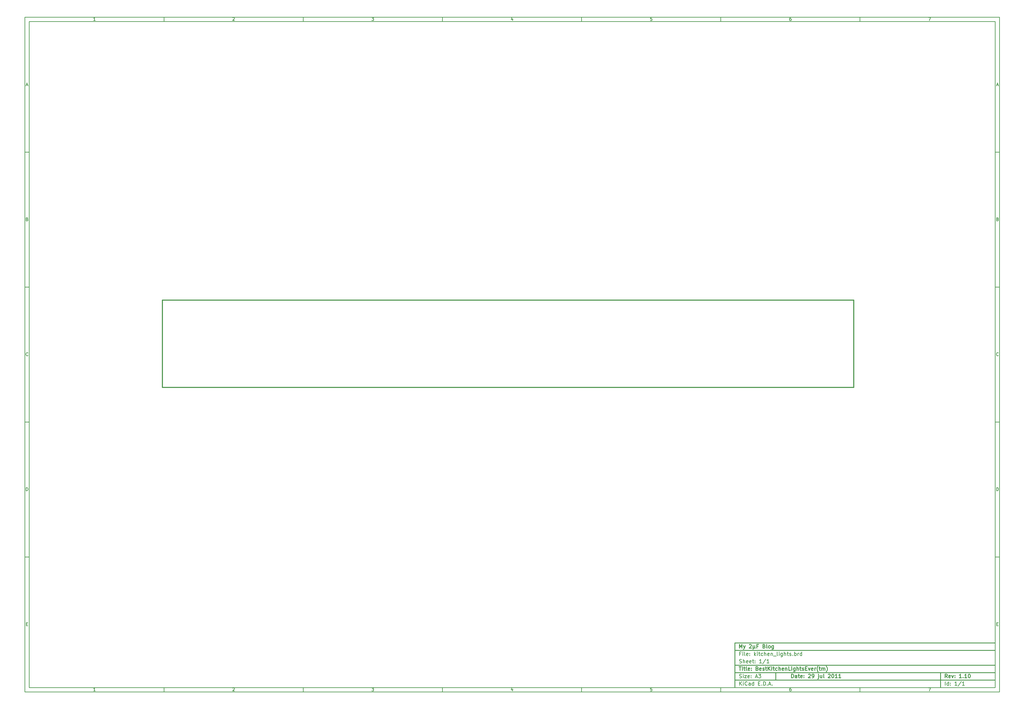
<source format=gbr>
G04 (created by PCBNEW-RS274X (2011-04-28)-stable) date Fri 29 Jul 2011 06:50:13 PM CEST*
G01*
G70*
G90*
%MOIN*%
G04 Gerber Fmt 3.4, Leading zero omitted, Abs format*
%FSLAX34Y34*%
G04 APERTURE LIST*
%ADD10C,0.010000*%
%ADD11C,0.012000*%
%ADD12C,0.015000*%
%ADD13R,0.068000X0.068000*%
%ADD14C,0.068000*%
%ADD15C,0.108000*%
%ADD16R,0.063000X0.063000*%
%ADD17C,0.063000*%
%ADD18C,0.088000*%
%ADD19C,0.168000*%
%ADD20R,0.108000X0.108000*%
G04 APERTURE END LIST*
G54D10*
X04000Y-04000D02*
X161350Y-04000D01*
X161350Y-113000D01*
X04000Y-113000D01*
X04000Y-04000D01*
X04700Y-04700D02*
X160650Y-04700D01*
X160650Y-112300D01*
X04700Y-112300D01*
X04700Y-04700D01*
X26470Y-04000D02*
X26470Y-04700D01*
X15383Y-04552D02*
X15097Y-04552D01*
X15240Y-04552D02*
X15240Y-04052D01*
X15192Y-04124D01*
X15145Y-04171D01*
X15097Y-04195D01*
X26470Y-113000D02*
X26470Y-112300D01*
X15383Y-112852D02*
X15097Y-112852D01*
X15240Y-112852D02*
X15240Y-112352D01*
X15192Y-112424D01*
X15145Y-112471D01*
X15097Y-112495D01*
X48940Y-04000D02*
X48940Y-04700D01*
X37567Y-04100D02*
X37591Y-04076D01*
X37639Y-04052D01*
X37758Y-04052D01*
X37805Y-04076D01*
X37829Y-04100D01*
X37853Y-04148D01*
X37853Y-04195D01*
X37829Y-04267D01*
X37543Y-04552D01*
X37853Y-04552D01*
X48940Y-113000D02*
X48940Y-112300D01*
X37567Y-112400D02*
X37591Y-112376D01*
X37639Y-112352D01*
X37758Y-112352D01*
X37805Y-112376D01*
X37829Y-112400D01*
X37853Y-112448D01*
X37853Y-112495D01*
X37829Y-112567D01*
X37543Y-112852D01*
X37853Y-112852D01*
X71410Y-04000D02*
X71410Y-04700D01*
X60013Y-04052D02*
X60323Y-04052D01*
X60156Y-04243D01*
X60228Y-04243D01*
X60275Y-04267D01*
X60299Y-04290D01*
X60323Y-04338D01*
X60323Y-04457D01*
X60299Y-04505D01*
X60275Y-04529D01*
X60228Y-04552D01*
X60085Y-04552D01*
X60037Y-04529D01*
X60013Y-04505D01*
X71410Y-113000D02*
X71410Y-112300D01*
X60013Y-112352D02*
X60323Y-112352D01*
X60156Y-112543D01*
X60228Y-112543D01*
X60275Y-112567D01*
X60299Y-112590D01*
X60323Y-112638D01*
X60323Y-112757D01*
X60299Y-112805D01*
X60275Y-112829D01*
X60228Y-112852D01*
X60085Y-112852D01*
X60037Y-112829D01*
X60013Y-112805D01*
X93880Y-04000D02*
X93880Y-04700D01*
X82745Y-04219D02*
X82745Y-04552D01*
X82626Y-04029D02*
X82507Y-04386D01*
X82817Y-04386D01*
X93880Y-113000D02*
X93880Y-112300D01*
X82745Y-112519D02*
X82745Y-112852D01*
X82626Y-112329D02*
X82507Y-112686D01*
X82817Y-112686D01*
X116350Y-04000D02*
X116350Y-04700D01*
X105239Y-04052D02*
X105001Y-04052D01*
X104977Y-04290D01*
X105001Y-04267D01*
X105049Y-04243D01*
X105168Y-04243D01*
X105215Y-04267D01*
X105239Y-04290D01*
X105263Y-04338D01*
X105263Y-04457D01*
X105239Y-04505D01*
X105215Y-04529D01*
X105168Y-04552D01*
X105049Y-04552D01*
X105001Y-04529D01*
X104977Y-04505D01*
X116350Y-113000D02*
X116350Y-112300D01*
X105239Y-112352D02*
X105001Y-112352D01*
X104977Y-112590D01*
X105001Y-112567D01*
X105049Y-112543D01*
X105168Y-112543D01*
X105215Y-112567D01*
X105239Y-112590D01*
X105263Y-112638D01*
X105263Y-112757D01*
X105239Y-112805D01*
X105215Y-112829D01*
X105168Y-112852D01*
X105049Y-112852D01*
X105001Y-112829D01*
X104977Y-112805D01*
X138820Y-04000D02*
X138820Y-04700D01*
X127685Y-04052D02*
X127590Y-04052D01*
X127542Y-04076D01*
X127519Y-04100D01*
X127471Y-04171D01*
X127447Y-04267D01*
X127447Y-04457D01*
X127471Y-04505D01*
X127495Y-04529D01*
X127542Y-04552D01*
X127638Y-04552D01*
X127685Y-04529D01*
X127709Y-04505D01*
X127733Y-04457D01*
X127733Y-04338D01*
X127709Y-04290D01*
X127685Y-04267D01*
X127638Y-04243D01*
X127542Y-04243D01*
X127495Y-04267D01*
X127471Y-04290D01*
X127447Y-04338D01*
X138820Y-113000D02*
X138820Y-112300D01*
X127685Y-112352D02*
X127590Y-112352D01*
X127542Y-112376D01*
X127519Y-112400D01*
X127471Y-112471D01*
X127447Y-112567D01*
X127447Y-112757D01*
X127471Y-112805D01*
X127495Y-112829D01*
X127542Y-112852D01*
X127638Y-112852D01*
X127685Y-112829D01*
X127709Y-112805D01*
X127733Y-112757D01*
X127733Y-112638D01*
X127709Y-112590D01*
X127685Y-112567D01*
X127638Y-112543D01*
X127542Y-112543D01*
X127495Y-112567D01*
X127471Y-112590D01*
X127447Y-112638D01*
X149893Y-04052D02*
X150227Y-04052D01*
X150012Y-04552D01*
X149893Y-112352D02*
X150227Y-112352D01*
X150012Y-112852D01*
X04000Y-25800D02*
X04700Y-25800D01*
X04231Y-14960D02*
X04469Y-14960D01*
X04184Y-15102D02*
X04350Y-14602D01*
X04517Y-15102D01*
X161350Y-25800D02*
X160650Y-25800D01*
X160881Y-14960D02*
X161119Y-14960D01*
X160834Y-15102D02*
X161000Y-14602D01*
X161167Y-15102D01*
X04000Y-47600D02*
X04700Y-47600D01*
X04386Y-36640D02*
X04457Y-36664D01*
X04481Y-36688D01*
X04505Y-36736D01*
X04505Y-36807D01*
X04481Y-36855D01*
X04457Y-36879D01*
X04410Y-36902D01*
X04219Y-36902D01*
X04219Y-36402D01*
X04386Y-36402D01*
X04433Y-36426D01*
X04457Y-36450D01*
X04481Y-36498D01*
X04481Y-36545D01*
X04457Y-36593D01*
X04433Y-36617D01*
X04386Y-36640D01*
X04219Y-36640D01*
X161350Y-47600D02*
X160650Y-47600D01*
X161036Y-36640D02*
X161107Y-36664D01*
X161131Y-36688D01*
X161155Y-36736D01*
X161155Y-36807D01*
X161131Y-36855D01*
X161107Y-36879D01*
X161060Y-36902D01*
X160869Y-36902D01*
X160869Y-36402D01*
X161036Y-36402D01*
X161083Y-36426D01*
X161107Y-36450D01*
X161131Y-36498D01*
X161131Y-36545D01*
X161107Y-36593D01*
X161083Y-36617D01*
X161036Y-36640D01*
X160869Y-36640D01*
X04000Y-69400D02*
X04700Y-69400D01*
X04505Y-58655D02*
X04481Y-58679D01*
X04410Y-58702D01*
X04362Y-58702D01*
X04290Y-58679D01*
X04243Y-58631D01*
X04219Y-58583D01*
X04195Y-58488D01*
X04195Y-58417D01*
X04219Y-58321D01*
X04243Y-58274D01*
X04290Y-58226D01*
X04362Y-58202D01*
X04410Y-58202D01*
X04481Y-58226D01*
X04505Y-58250D01*
X161350Y-69400D02*
X160650Y-69400D01*
X161155Y-58655D02*
X161131Y-58679D01*
X161060Y-58702D01*
X161012Y-58702D01*
X160940Y-58679D01*
X160893Y-58631D01*
X160869Y-58583D01*
X160845Y-58488D01*
X160845Y-58417D01*
X160869Y-58321D01*
X160893Y-58274D01*
X160940Y-58226D01*
X161012Y-58202D01*
X161060Y-58202D01*
X161131Y-58226D01*
X161155Y-58250D01*
X04000Y-91200D02*
X04700Y-91200D01*
X04219Y-80502D02*
X04219Y-80002D01*
X04338Y-80002D01*
X04410Y-80026D01*
X04457Y-80074D01*
X04481Y-80121D01*
X04505Y-80217D01*
X04505Y-80288D01*
X04481Y-80383D01*
X04457Y-80431D01*
X04410Y-80479D01*
X04338Y-80502D01*
X04219Y-80502D01*
X161350Y-91200D02*
X160650Y-91200D01*
X160869Y-80502D02*
X160869Y-80002D01*
X160988Y-80002D01*
X161060Y-80026D01*
X161107Y-80074D01*
X161131Y-80121D01*
X161155Y-80217D01*
X161155Y-80288D01*
X161131Y-80383D01*
X161107Y-80431D01*
X161060Y-80479D01*
X160988Y-80502D01*
X160869Y-80502D01*
X04243Y-102040D02*
X04410Y-102040D01*
X04481Y-102302D02*
X04243Y-102302D01*
X04243Y-101802D01*
X04481Y-101802D01*
X160893Y-102040D02*
X161060Y-102040D01*
X161131Y-102302D02*
X160893Y-102302D01*
X160893Y-101802D01*
X161131Y-101802D01*
G54D11*
X127793Y-110743D02*
X127793Y-110143D01*
X127936Y-110143D01*
X128021Y-110171D01*
X128079Y-110229D01*
X128107Y-110286D01*
X128136Y-110400D01*
X128136Y-110486D01*
X128107Y-110600D01*
X128079Y-110657D01*
X128021Y-110714D01*
X127936Y-110743D01*
X127793Y-110743D01*
X128650Y-110743D02*
X128650Y-110429D01*
X128621Y-110371D01*
X128564Y-110343D01*
X128450Y-110343D01*
X128393Y-110371D01*
X128650Y-110714D02*
X128593Y-110743D01*
X128450Y-110743D01*
X128393Y-110714D01*
X128364Y-110657D01*
X128364Y-110600D01*
X128393Y-110543D01*
X128450Y-110514D01*
X128593Y-110514D01*
X128650Y-110486D01*
X128850Y-110343D02*
X129079Y-110343D01*
X128936Y-110143D02*
X128936Y-110657D01*
X128964Y-110714D01*
X129022Y-110743D01*
X129079Y-110743D01*
X129507Y-110714D02*
X129450Y-110743D01*
X129336Y-110743D01*
X129279Y-110714D01*
X129250Y-110657D01*
X129250Y-110429D01*
X129279Y-110371D01*
X129336Y-110343D01*
X129450Y-110343D01*
X129507Y-110371D01*
X129536Y-110429D01*
X129536Y-110486D01*
X129250Y-110543D01*
X129793Y-110686D02*
X129821Y-110714D01*
X129793Y-110743D01*
X129764Y-110714D01*
X129793Y-110686D01*
X129793Y-110743D01*
X129793Y-110371D02*
X129821Y-110400D01*
X129793Y-110429D01*
X129764Y-110400D01*
X129793Y-110371D01*
X129793Y-110429D01*
X130507Y-110200D02*
X130536Y-110171D01*
X130593Y-110143D01*
X130736Y-110143D01*
X130793Y-110171D01*
X130822Y-110200D01*
X130850Y-110257D01*
X130850Y-110314D01*
X130822Y-110400D01*
X130479Y-110743D01*
X130850Y-110743D01*
X131135Y-110743D02*
X131250Y-110743D01*
X131307Y-110714D01*
X131335Y-110686D01*
X131393Y-110600D01*
X131421Y-110486D01*
X131421Y-110257D01*
X131393Y-110200D01*
X131364Y-110171D01*
X131307Y-110143D01*
X131193Y-110143D01*
X131135Y-110171D01*
X131107Y-110200D01*
X131078Y-110257D01*
X131078Y-110400D01*
X131107Y-110457D01*
X131135Y-110486D01*
X131193Y-110514D01*
X131307Y-110514D01*
X131364Y-110486D01*
X131393Y-110457D01*
X131421Y-110400D01*
X132135Y-110343D02*
X132135Y-110857D01*
X132106Y-110914D01*
X132049Y-110943D01*
X132021Y-110943D01*
X132135Y-110143D02*
X132106Y-110171D01*
X132135Y-110200D01*
X132163Y-110171D01*
X132135Y-110143D01*
X132135Y-110200D01*
X132678Y-110343D02*
X132678Y-110743D01*
X132421Y-110343D02*
X132421Y-110657D01*
X132449Y-110714D01*
X132507Y-110743D01*
X132592Y-110743D01*
X132649Y-110714D01*
X132678Y-110686D01*
X133050Y-110743D02*
X132992Y-110714D01*
X132964Y-110657D01*
X132964Y-110143D01*
X133706Y-110200D02*
X133735Y-110171D01*
X133792Y-110143D01*
X133935Y-110143D01*
X133992Y-110171D01*
X134021Y-110200D01*
X134049Y-110257D01*
X134049Y-110314D01*
X134021Y-110400D01*
X133678Y-110743D01*
X134049Y-110743D01*
X134420Y-110143D02*
X134477Y-110143D01*
X134534Y-110171D01*
X134563Y-110200D01*
X134592Y-110257D01*
X134620Y-110371D01*
X134620Y-110514D01*
X134592Y-110629D01*
X134563Y-110686D01*
X134534Y-110714D01*
X134477Y-110743D01*
X134420Y-110743D01*
X134363Y-110714D01*
X134334Y-110686D01*
X134306Y-110629D01*
X134277Y-110514D01*
X134277Y-110371D01*
X134306Y-110257D01*
X134334Y-110200D01*
X134363Y-110171D01*
X134420Y-110143D01*
X135191Y-110743D02*
X134848Y-110743D01*
X135020Y-110743D02*
X135020Y-110143D01*
X134963Y-110229D01*
X134905Y-110286D01*
X134848Y-110314D01*
X135762Y-110743D02*
X135419Y-110743D01*
X135591Y-110743D02*
X135591Y-110143D01*
X135534Y-110229D01*
X135476Y-110286D01*
X135419Y-110314D01*
G54D10*
X119393Y-111943D02*
X119393Y-111343D01*
X119736Y-111943D02*
X119479Y-111600D01*
X119736Y-111343D02*
X119393Y-111686D01*
X119993Y-111943D02*
X119993Y-111543D01*
X119993Y-111343D02*
X119964Y-111371D01*
X119993Y-111400D01*
X120021Y-111371D01*
X119993Y-111343D01*
X119993Y-111400D01*
X120622Y-111886D02*
X120593Y-111914D01*
X120507Y-111943D01*
X120450Y-111943D01*
X120365Y-111914D01*
X120307Y-111857D01*
X120279Y-111800D01*
X120250Y-111686D01*
X120250Y-111600D01*
X120279Y-111486D01*
X120307Y-111429D01*
X120365Y-111371D01*
X120450Y-111343D01*
X120507Y-111343D01*
X120593Y-111371D01*
X120622Y-111400D01*
X121136Y-111943D02*
X121136Y-111629D01*
X121107Y-111571D01*
X121050Y-111543D01*
X120936Y-111543D01*
X120879Y-111571D01*
X121136Y-111914D02*
X121079Y-111943D01*
X120936Y-111943D01*
X120879Y-111914D01*
X120850Y-111857D01*
X120850Y-111800D01*
X120879Y-111743D01*
X120936Y-111714D01*
X121079Y-111714D01*
X121136Y-111686D01*
X121679Y-111943D02*
X121679Y-111343D01*
X121679Y-111914D02*
X121622Y-111943D01*
X121508Y-111943D01*
X121450Y-111914D01*
X121422Y-111886D01*
X121393Y-111829D01*
X121393Y-111657D01*
X121422Y-111600D01*
X121450Y-111571D01*
X121508Y-111543D01*
X121622Y-111543D01*
X121679Y-111571D01*
X122422Y-111629D02*
X122622Y-111629D01*
X122708Y-111943D02*
X122422Y-111943D01*
X122422Y-111343D01*
X122708Y-111343D01*
X122965Y-111886D02*
X122993Y-111914D01*
X122965Y-111943D01*
X122936Y-111914D01*
X122965Y-111886D01*
X122965Y-111943D01*
X123251Y-111943D02*
X123251Y-111343D01*
X123394Y-111343D01*
X123479Y-111371D01*
X123537Y-111429D01*
X123565Y-111486D01*
X123594Y-111600D01*
X123594Y-111686D01*
X123565Y-111800D01*
X123537Y-111857D01*
X123479Y-111914D01*
X123394Y-111943D01*
X123251Y-111943D01*
X123851Y-111886D02*
X123879Y-111914D01*
X123851Y-111943D01*
X123822Y-111914D01*
X123851Y-111886D01*
X123851Y-111943D01*
X124108Y-111771D02*
X124394Y-111771D01*
X124051Y-111943D02*
X124251Y-111343D01*
X124451Y-111943D01*
X124651Y-111886D02*
X124679Y-111914D01*
X124651Y-111943D01*
X124622Y-111914D01*
X124651Y-111886D01*
X124651Y-111943D01*
G54D11*
X152936Y-110743D02*
X152736Y-110457D01*
X152593Y-110743D02*
X152593Y-110143D01*
X152821Y-110143D01*
X152879Y-110171D01*
X152907Y-110200D01*
X152936Y-110257D01*
X152936Y-110343D01*
X152907Y-110400D01*
X152879Y-110429D01*
X152821Y-110457D01*
X152593Y-110457D01*
X153421Y-110714D02*
X153364Y-110743D01*
X153250Y-110743D01*
X153193Y-110714D01*
X153164Y-110657D01*
X153164Y-110429D01*
X153193Y-110371D01*
X153250Y-110343D01*
X153364Y-110343D01*
X153421Y-110371D01*
X153450Y-110429D01*
X153450Y-110486D01*
X153164Y-110543D01*
X153650Y-110343D02*
X153793Y-110743D01*
X153935Y-110343D01*
X154164Y-110686D02*
X154192Y-110714D01*
X154164Y-110743D01*
X154135Y-110714D01*
X154164Y-110686D01*
X154164Y-110743D01*
X154164Y-110371D02*
X154192Y-110400D01*
X154164Y-110429D01*
X154135Y-110400D01*
X154164Y-110371D01*
X154164Y-110429D01*
X155221Y-110743D02*
X154878Y-110743D01*
X155050Y-110743D02*
X155050Y-110143D01*
X154993Y-110229D01*
X154935Y-110286D01*
X154878Y-110314D01*
X155478Y-110686D02*
X155506Y-110714D01*
X155478Y-110743D01*
X155449Y-110714D01*
X155478Y-110686D01*
X155478Y-110743D01*
X156078Y-110743D02*
X155735Y-110743D01*
X155907Y-110743D02*
X155907Y-110143D01*
X155850Y-110229D01*
X155792Y-110286D01*
X155735Y-110314D01*
X156449Y-110143D02*
X156506Y-110143D01*
X156563Y-110171D01*
X156592Y-110200D01*
X156621Y-110257D01*
X156649Y-110371D01*
X156649Y-110514D01*
X156621Y-110629D01*
X156592Y-110686D01*
X156563Y-110714D01*
X156506Y-110743D01*
X156449Y-110743D01*
X156392Y-110714D01*
X156363Y-110686D01*
X156335Y-110629D01*
X156306Y-110514D01*
X156306Y-110371D01*
X156335Y-110257D01*
X156363Y-110200D01*
X156392Y-110171D01*
X156449Y-110143D01*
G54D10*
X119364Y-110714D02*
X119450Y-110743D01*
X119593Y-110743D01*
X119650Y-110714D01*
X119679Y-110686D01*
X119707Y-110629D01*
X119707Y-110571D01*
X119679Y-110514D01*
X119650Y-110486D01*
X119593Y-110457D01*
X119479Y-110429D01*
X119421Y-110400D01*
X119393Y-110371D01*
X119364Y-110314D01*
X119364Y-110257D01*
X119393Y-110200D01*
X119421Y-110171D01*
X119479Y-110143D01*
X119621Y-110143D01*
X119707Y-110171D01*
X119964Y-110743D02*
X119964Y-110343D01*
X119964Y-110143D02*
X119935Y-110171D01*
X119964Y-110200D01*
X119992Y-110171D01*
X119964Y-110143D01*
X119964Y-110200D01*
X120193Y-110343D02*
X120507Y-110343D01*
X120193Y-110743D01*
X120507Y-110743D01*
X120964Y-110714D02*
X120907Y-110743D01*
X120793Y-110743D01*
X120736Y-110714D01*
X120707Y-110657D01*
X120707Y-110429D01*
X120736Y-110371D01*
X120793Y-110343D01*
X120907Y-110343D01*
X120964Y-110371D01*
X120993Y-110429D01*
X120993Y-110486D01*
X120707Y-110543D01*
X121250Y-110686D02*
X121278Y-110714D01*
X121250Y-110743D01*
X121221Y-110714D01*
X121250Y-110686D01*
X121250Y-110743D01*
X121250Y-110371D02*
X121278Y-110400D01*
X121250Y-110429D01*
X121221Y-110400D01*
X121250Y-110371D01*
X121250Y-110429D01*
X121964Y-110571D02*
X122250Y-110571D01*
X121907Y-110743D02*
X122107Y-110143D01*
X122307Y-110743D01*
X122450Y-110143D02*
X122821Y-110143D01*
X122621Y-110371D01*
X122707Y-110371D01*
X122764Y-110400D01*
X122793Y-110429D01*
X122821Y-110486D01*
X122821Y-110629D01*
X122793Y-110686D01*
X122764Y-110714D01*
X122707Y-110743D01*
X122535Y-110743D01*
X122478Y-110714D01*
X122450Y-110686D01*
X152593Y-111943D02*
X152593Y-111343D01*
X153136Y-111943D02*
X153136Y-111343D01*
X153136Y-111914D02*
X153079Y-111943D01*
X152965Y-111943D01*
X152907Y-111914D01*
X152879Y-111886D01*
X152850Y-111829D01*
X152850Y-111657D01*
X152879Y-111600D01*
X152907Y-111571D01*
X152965Y-111543D01*
X153079Y-111543D01*
X153136Y-111571D01*
X153422Y-111886D02*
X153450Y-111914D01*
X153422Y-111943D01*
X153393Y-111914D01*
X153422Y-111886D01*
X153422Y-111943D01*
X153422Y-111571D02*
X153450Y-111600D01*
X153422Y-111629D01*
X153393Y-111600D01*
X153422Y-111571D01*
X153422Y-111629D01*
X154479Y-111943D02*
X154136Y-111943D01*
X154308Y-111943D02*
X154308Y-111343D01*
X154251Y-111429D01*
X154193Y-111486D01*
X154136Y-111514D01*
X155164Y-111314D02*
X154650Y-112086D01*
X155679Y-111943D02*
X155336Y-111943D01*
X155508Y-111943D02*
X155508Y-111343D01*
X155451Y-111429D01*
X155393Y-111486D01*
X155336Y-111514D01*
G54D11*
X119307Y-108943D02*
X119650Y-108943D01*
X119479Y-109543D02*
X119479Y-108943D01*
X119850Y-109543D02*
X119850Y-109143D01*
X119850Y-108943D02*
X119821Y-108971D01*
X119850Y-109000D01*
X119878Y-108971D01*
X119850Y-108943D01*
X119850Y-109000D01*
X120050Y-109143D02*
X120279Y-109143D01*
X120136Y-108943D02*
X120136Y-109457D01*
X120164Y-109514D01*
X120222Y-109543D01*
X120279Y-109543D01*
X120565Y-109543D02*
X120507Y-109514D01*
X120479Y-109457D01*
X120479Y-108943D01*
X121021Y-109514D02*
X120964Y-109543D01*
X120850Y-109543D01*
X120793Y-109514D01*
X120764Y-109457D01*
X120764Y-109229D01*
X120793Y-109171D01*
X120850Y-109143D01*
X120964Y-109143D01*
X121021Y-109171D01*
X121050Y-109229D01*
X121050Y-109286D01*
X120764Y-109343D01*
X121307Y-109486D02*
X121335Y-109514D01*
X121307Y-109543D01*
X121278Y-109514D01*
X121307Y-109486D01*
X121307Y-109543D01*
X121307Y-109171D02*
X121335Y-109200D01*
X121307Y-109229D01*
X121278Y-109200D01*
X121307Y-109171D01*
X121307Y-109229D01*
X122250Y-109229D02*
X122336Y-109257D01*
X122364Y-109286D01*
X122393Y-109343D01*
X122393Y-109429D01*
X122364Y-109486D01*
X122336Y-109514D01*
X122278Y-109543D01*
X122050Y-109543D01*
X122050Y-108943D01*
X122250Y-108943D01*
X122307Y-108971D01*
X122336Y-109000D01*
X122364Y-109057D01*
X122364Y-109114D01*
X122336Y-109171D01*
X122307Y-109200D01*
X122250Y-109229D01*
X122050Y-109229D01*
X122878Y-109514D02*
X122821Y-109543D01*
X122707Y-109543D01*
X122650Y-109514D01*
X122621Y-109457D01*
X122621Y-109229D01*
X122650Y-109171D01*
X122707Y-109143D01*
X122821Y-109143D01*
X122878Y-109171D01*
X122907Y-109229D01*
X122907Y-109286D01*
X122621Y-109343D01*
X123135Y-109514D02*
X123192Y-109543D01*
X123307Y-109543D01*
X123364Y-109514D01*
X123392Y-109457D01*
X123392Y-109429D01*
X123364Y-109371D01*
X123307Y-109343D01*
X123221Y-109343D01*
X123164Y-109314D01*
X123135Y-109257D01*
X123135Y-109229D01*
X123164Y-109171D01*
X123221Y-109143D01*
X123307Y-109143D01*
X123364Y-109171D01*
X123564Y-109143D02*
X123793Y-109143D01*
X123650Y-108943D02*
X123650Y-109457D01*
X123678Y-109514D01*
X123736Y-109543D01*
X123793Y-109543D01*
X123993Y-109543D02*
X123993Y-108943D01*
X124336Y-109543D02*
X124079Y-109200D01*
X124336Y-108943D02*
X123993Y-109286D01*
X124593Y-109543D02*
X124593Y-109143D01*
X124593Y-108943D02*
X124564Y-108971D01*
X124593Y-109000D01*
X124621Y-108971D01*
X124593Y-108943D01*
X124593Y-109000D01*
X124793Y-109143D02*
X125022Y-109143D01*
X124879Y-108943D02*
X124879Y-109457D01*
X124907Y-109514D01*
X124965Y-109543D01*
X125022Y-109543D01*
X125479Y-109514D02*
X125422Y-109543D01*
X125308Y-109543D01*
X125250Y-109514D01*
X125222Y-109486D01*
X125193Y-109429D01*
X125193Y-109257D01*
X125222Y-109200D01*
X125250Y-109171D01*
X125308Y-109143D01*
X125422Y-109143D01*
X125479Y-109171D01*
X125736Y-109543D02*
X125736Y-108943D01*
X125993Y-109543D02*
X125993Y-109229D01*
X125964Y-109171D01*
X125907Y-109143D01*
X125822Y-109143D01*
X125764Y-109171D01*
X125736Y-109200D01*
X126507Y-109514D02*
X126450Y-109543D01*
X126336Y-109543D01*
X126279Y-109514D01*
X126250Y-109457D01*
X126250Y-109229D01*
X126279Y-109171D01*
X126336Y-109143D01*
X126450Y-109143D01*
X126507Y-109171D01*
X126536Y-109229D01*
X126536Y-109286D01*
X126250Y-109343D01*
X126793Y-109143D02*
X126793Y-109543D01*
X126793Y-109200D02*
X126821Y-109171D01*
X126879Y-109143D01*
X126964Y-109143D01*
X127021Y-109171D01*
X127050Y-109229D01*
X127050Y-109543D01*
X127622Y-109543D02*
X127336Y-109543D01*
X127336Y-108943D01*
X127822Y-109543D02*
X127822Y-109143D01*
X127822Y-108943D02*
X127793Y-108971D01*
X127822Y-109000D01*
X127850Y-108971D01*
X127822Y-108943D01*
X127822Y-109000D01*
X128365Y-109143D02*
X128365Y-109629D01*
X128336Y-109686D01*
X128308Y-109714D01*
X128251Y-109743D01*
X128165Y-109743D01*
X128108Y-109714D01*
X128365Y-109514D02*
X128308Y-109543D01*
X128194Y-109543D01*
X128136Y-109514D01*
X128108Y-109486D01*
X128079Y-109429D01*
X128079Y-109257D01*
X128108Y-109200D01*
X128136Y-109171D01*
X128194Y-109143D01*
X128308Y-109143D01*
X128365Y-109171D01*
X128651Y-109543D02*
X128651Y-108943D01*
X128908Y-109543D02*
X128908Y-109229D01*
X128879Y-109171D01*
X128822Y-109143D01*
X128737Y-109143D01*
X128679Y-109171D01*
X128651Y-109200D01*
X129108Y-109143D02*
X129337Y-109143D01*
X129194Y-108943D02*
X129194Y-109457D01*
X129222Y-109514D01*
X129280Y-109543D01*
X129337Y-109543D01*
X129508Y-109514D02*
X129565Y-109543D01*
X129680Y-109543D01*
X129737Y-109514D01*
X129765Y-109457D01*
X129765Y-109429D01*
X129737Y-109371D01*
X129680Y-109343D01*
X129594Y-109343D01*
X129537Y-109314D01*
X129508Y-109257D01*
X129508Y-109229D01*
X129537Y-109171D01*
X129594Y-109143D01*
X129680Y-109143D01*
X129737Y-109171D01*
X130023Y-109229D02*
X130223Y-109229D01*
X130309Y-109543D02*
X130023Y-109543D01*
X130023Y-108943D01*
X130309Y-108943D01*
X130509Y-109143D02*
X130652Y-109543D01*
X130794Y-109143D01*
X131251Y-109514D02*
X131194Y-109543D01*
X131080Y-109543D01*
X131023Y-109514D01*
X130994Y-109457D01*
X130994Y-109229D01*
X131023Y-109171D01*
X131080Y-109143D01*
X131194Y-109143D01*
X131251Y-109171D01*
X131280Y-109229D01*
X131280Y-109286D01*
X130994Y-109343D01*
X131537Y-109543D02*
X131537Y-109143D01*
X131537Y-109257D02*
X131565Y-109200D01*
X131594Y-109171D01*
X131651Y-109143D01*
X131708Y-109143D01*
X132079Y-109771D02*
X132051Y-109743D01*
X131994Y-109657D01*
X131965Y-109600D01*
X131936Y-109514D01*
X131908Y-109371D01*
X131908Y-109257D01*
X131936Y-109114D01*
X131965Y-109029D01*
X131994Y-108971D01*
X132051Y-108886D01*
X132079Y-108857D01*
X132222Y-109143D02*
X132451Y-109143D01*
X132308Y-108943D02*
X132308Y-109457D01*
X132336Y-109514D01*
X132394Y-109543D01*
X132451Y-109543D01*
X132651Y-109543D02*
X132651Y-109143D01*
X132651Y-109200D02*
X132679Y-109171D01*
X132737Y-109143D01*
X132822Y-109143D01*
X132879Y-109171D01*
X132908Y-109229D01*
X132908Y-109543D01*
X132908Y-109229D02*
X132937Y-109171D01*
X132994Y-109143D01*
X133079Y-109143D01*
X133137Y-109171D01*
X133165Y-109229D01*
X133165Y-109543D01*
X133394Y-109771D02*
X133422Y-109743D01*
X133479Y-109657D01*
X133508Y-109600D01*
X133537Y-109514D01*
X133565Y-109371D01*
X133565Y-109257D01*
X133537Y-109114D01*
X133508Y-109029D01*
X133479Y-108971D01*
X133422Y-108886D01*
X133394Y-108857D01*
G54D10*
X119593Y-106829D02*
X119393Y-106829D01*
X119393Y-107143D02*
X119393Y-106543D01*
X119679Y-106543D01*
X119907Y-107143D02*
X119907Y-106743D01*
X119907Y-106543D02*
X119878Y-106571D01*
X119907Y-106600D01*
X119935Y-106571D01*
X119907Y-106543D01*
X119907Y-106600D01*
X120279Y-107143D02*
X120221Y-107114D01*
X120193Y-107057D01*
X120193Y-106543D01*
X120735Y-107114D02*
X120678Y-107143D01*
X120564Y-107143D01*
X120507Y-107114D01*
X120478Y-107057D01*
X120478Y-106829D01*
X120507Y-106771D01*
X120564Y-106743D01*
X120678Y-106743D01*
X120735Y-106771D01*
X120764Y-106829D01*
X120764Y-106886D01*
X120478Y-106943D01*
X121021Y-107086D02*
X121049Y-107114D01*
X121021Y-107143D01*
X120992Y-107114D01*
X121021Y-107086D01*
X121021Y-107143D01*
X121021Y-106771D02*
X121049Y-106800D01*
X121021Y-106829D01*
X120992Y-106800D01*
X121021Y-106771D01*
X121021Y-106829D01*
X121764Y-107143D02*
X121764Y-106543D01*
X121821Y-106914D02*
X121992Y-107143D01*
X121992Y-106743D02*
X121764Y-106971D01*
X122250Y-107143D02*
X122250Y-106743D01*
X122250Y-106543D02*
X122221Y-106571D01*
X122250Y-106600D01*
X122278Y-106571D01*
X122250Y-106543D01*
X122250Y-106600D01*
X122450Y-106743D02*
X122679Y-106743D01*
X122536Y-106543D02*
X122536Y-107057D01*
X122564Y-107114D01*
X122622Y-107143D01*
X122679Y-107143D01*
X123136Y-107114D02*
X123079Y-107143D01*
X122965Y-107143D01*
X122907Y-107114D01*
X122879Y-107086D01*
X122850Y-107029D01*
X122850Y-106857D01*
X122879Y-106800D01*
X122907Y-106771D01*
X122965Y-106743D01*
X123079Y-106743D01*
X123136Y-106771D01*
X123393Y-107143D02*
X123393Y-106543D01*
X123650Y-107143D02*
X123650Y-106829D01*
X123621Y-106771D01*
X123564Y-106743D01*
X123479Y-106743D01*
X123421Y-106771D01*
X123393Y-106800D01*
X124164Y-107114D02*
X124107Y-107143D01*
X123993Y-107143D01*
X123936Y-107114D01*
X123907Y-107057D01*
X123907Y-106829D01*
X123936Y-106771D01*
X123993Y-106743D01*
X124107Y-106743D01*
X124164Y-106771D01*
X124193Y-106829D01*
X124193Y-106886D01*
X123907Y-106943D01*
X124450Y-106743D02*
X124450Y-107143D01*
X124450Y-106800D02*
X124478Y-106771D01*
X124536Y-106743D01*
X124621Y-106743D01*
X124678Y-106771D01*
X124707Y-106829D01*
X124707Y-107143D01*
X124850Y-107200D02*
X125307Y-107200D01*
X125536Y-107143D02*
X125478Y-107114D01*
X125450Y-107057D01*
X125450Y-106543D01*
X125764Y-107143D02*
X125764Y-106743D01*
X125764Y-106543D02*
X125735Y-106571D01*
X125764Y-106600D01*
X125792Y-106571D01*
X125764Y-106543D01*
X125764Y-106600D01*
X126307Y-106743D02*
X126307Y-107229D01*
X126278Y-107286D01*
X126250Y-107314D01*
X126193Y-107343D01*
X126107Y-107343D01*
X126050Y-107314D01*
X126307Y-107114D02*
X126250Y-107143D01*
X126136Y-107143D01*
X126078Y-107114D01*
X126050Y-107086D01*
X126021Y-107029D01*
X126021Y-106857D01*
X126050Y-106800D01*
X126078Y-106771D01*
X126136Y-106743D01*
X126250Y-106743D01*
X126307Y-106771D01*
X126593Y-107143D02*
X126593Y-106543D01*
X126850Y-107143D02*
X126850Y-106829D01*
X126821Y-106771D01*
X126764Y-106743D01*
X126679Y-106743D01*
X126621Y-106771D01*
X126593Y-106800D01*
X127050Y-106743D02*
X127279Y-106743D01*
X127136Y-106543D02*
X127136Y-107057D01*
X127164Y-107114D01*
X127222Y-107143D01*
X127279Y-107143D01*
X127450Y-107114D02*
X127507Y-107143D01*
X127622Y-107143D01*
X127679Y-107114D01*
X127707Y-107057D01*
X127707Y-107029D01*
X127679Y-106971D01*
X127622Y-106943D01*
X127536Y-106943D01*
X127479Y-106914D01*
X127450Y-106857D01*
X127450Y-106829D01*
X127479Y-106771D01*
X127536Y-106743D01*
X127622Y-106743D01*
X127679Y-106771D01*
X127965Y-107086D02*
X127993Y-107114D01*
X127965Y-107143D01*
X127936Y-107114D01*
X127965Y-107086D01*
X127965Y-107143D01*
X128251Y-107143D02*
X128251Y-106543D01*
X128251Y-106771D02*
X128308Y-106743D01*
X128422Y-106743D01*
X128479Y-106771D01*
X128508Y-106800D01*
X128537Y-106857D01*
X128537Y-107029D01*
X128508Y-107086D01*
X128479Y-107114D01*
X128422Y-107143D01*
X128308Y-107143D01*
X128251Y-107114D01*
X128794Y-107143D02*
X128794Y-106743D01*
X128794Y-106857D02*
X128822Y-106800D01*
X128851Y-106771D01*
X128908Y-106743D01*
X128965Y-106743D01*
X129422Y-107143D02*
X129422Y-106543D01*
X129422Y-107114D02*
X129365Y-107143D01*
X129251Y-107143D01*
X129193Y-107114D01*
X129165Y-107086D01*
X129136Y-107029D01*
X129136Y-106857D01*
X129165Y-106800D01*
X129193Y-106771D01*
X129251Y-106743D01*
X129365Y-106743D01*
X129422Y-106771D01*
X119364Y-108314D02*
X119450Y-108343D01*
X119593Y-108343D01*
X119650Y-108314D01*
X119679Y-108286D01*
X119707Y-108229D01*
X119707Y-108171D01*
X119679Y-108114D01*
X119650Y-108086D01*
X119593Y-108057D01*
X119479Y-108029D01*
X119421Y-108000D01*
X119393Y-107971D01*
X119364Y-107914D01*
X119364Y-107857D01*
X119393Y-107800D01*
X119421Y-107771D01*
X119479Y-107743D01*
X119621Y-107743D01*
X119707Y-107771D01*
X119964Y-108343D02*
X119964Y-107743D01*
X120221Y-108343D02*
X120221Y-108029D01*
X120192Y-107971D01*
X120135Y-107943D01*
X120050Y-107943D01*
X119992Y-107971D01*
X119964Y-108000D01*
X120735Y-108314D02*
X120678Y-108343D01*
X120564Y-108343D01*
X120507Y-108314D01*
X120478Y-108257D01*
X120478Y-108029D01*
X120507Y-107971D01*
X120564Y-107943D01*
X120678Y-107943D01*
X120735Y-107971D01*
X120764Y-108029D01*
X120764Y-108086D01*
X120478Y-108143D01*
X121249Y-108314D02*
X121192Y-108343D01*
X121078Y-108343D01*
X121021Y-108314D01*
X120992Y-108257D01*
X120992Y-108029D01*
X121021Y-107971D01*
X121078Y-107943D01*
X121192Y-107943D01*
X121249Y-107971D01*
X121278Y-108029D01*
X121278Y-108086D01*
X120992Y-108143D01*
X121449Y-107943D02*
X121678Y-107943D01*
X121535Y-107743D02*
X121535Y-108257D01*
X121563Y-108314D01*
X121621Y-108343D01*
X121678Y-108343D01*
X121878Y-108286D02*
X121906Y-108314D01*
X121878Y-108343D01*
X121849Y-108314D01*
X121878Y-108286D01*
X121878Y-108343D01*
X121878Y-107971D02*
X121906Y-108000D01*
X121878Y-108029D01*
X121849Y-108000D01*
X121878Y-107971D01*
X121878Y-108029D01*
X122935Y-108343D02*
X122592Y-108343D01*
X122764Y-108343D02*
X122764Y-107743D01*
X122707Y-107829D01*
X122649Y-107886D01*
X122592Y-107914D01*
X123620Y-107714D02*
X123106Y-108486D01*
X124135Y-108343D02*
X123792Y-108343D01*
X123964Y-108343D02*
X123964Y-107743D01*
X123907Y-107829D01*
X123849Y-107886D01*
X123792Y-107914D01*
G54D11*
X119393Y-105943D02*
X119393Y-105343D01*
X119593Y-105771D01*
X119793Y-105343D01*
X119793Y-105943D01*
X120022Y-105543D02*
X120165Y-105943D01*
X120307Y-105543D02*
X120165Y-105943D01*
X120107Y-106086D01*
X120079Y-106114D01*
X120022Y-106143D01*
X120964Y-105400D02*
X120993Y-105371D01*
X121050Y-105343D01*
X121193Y-105343D01*
X121250Y-105371D01*
X121279Y-105400D01*
X121307Y-105457D01*
X121307Y-105514D01*
X121279Y-105600D01*
X120936Y-105943D01*
X121307Y-105943D01*
X121564Y-105543D02*
X121564Y-106143D01*
X121850Y-105857D02*
X121878Y-105914D01*
X121935Y-105943D01*
X121564Y-105857D02*
X121592Y-105914D01*
X121650Y-105943D01*
X121764Y-105943D01*
X121821Y-105914D01*
X121850Y-105857D01*
X121850Y-105543D01*
X122393Y-105629D02*
X122193Y-105629D01*
X122193Y-105943D02*
X122193Y-105343D01*
X122479Y-105343D01*
X123364Y-105629D02*
X123450Y-105657D01*
X123478Y-105686D01*
X123507Y-105743D01*
X123507Y-105829D01*
X123478Y-105886D01*
X123450Y-105914D01*
X123392Y-105943D01*
X123164Y-105943D01*
X123164Y-105343D01*
X123364Y-105343D01*
X123421Y-105371D01*
X123450Y-105400D01*
X123478Y-105457D01*
X123478Y-105514D01*
X123450Y-105571D01*
X123421Y-105600D01*
X123364Y-105629D01*
X123164Y-105629D01*
X123850Y-105943D02*
X123792Y-105914D01*
X123764Y-105857D01*
X123764Y-105343D01*
X124164Y-105943D02*
X124106Y-105914D01*
X124078Y-105886D01*
X124049Y-105829D01*
X124049Y-105657D01*
X124078Y-105600D01*
X124106Y-105571D01*
X124164Y-105543D01*
X124249Y-105543D01*
X124306Y-105571D01*
X124335Y-105600D01*
X124364Y-105657D01*
X124364Y-105829D01*
X124335Y-105886D01*
X124306Y-105914D01*
X124249Y-105943D01*
X124164Y-105943D01*
X124878Y-105543D02*
X124878Y-106029D01*
X124849Y-106086D01*
X124821Y-106114D01*
X124764Y-106143D01*
X124678Y-106143D01*
X124621Y-106114D01*
X124878Y-105914D02*
X124821Y-105943D01*
X124707Y-105943D01*
X124649Y-105914D01*
X124621Y-105886D01*
X124592Y-105829D01*
X124592Y-105657D01*
X124621Y-105600D01*
X124649Y-105571D01*
X124707Y-105543D01*
X124821Y-105543D01*
X124878Y-105571D01*
X118650Y-105100D02*
X118650Y-112300D01*
X118650Y-106300D02*
X160650Y-106300D01*
X118650Y-105100D02*
X160650Y-105100D01*
X118650Y-108700D02*
X160650Y-108700D01*
X151850Y-109900D02*
X151850Y-112300D01*
X118650Y-111100D02*
X160650Y-111100D01*
X118650Y-109900D02*
X160650Y-109900D01*
X125250Y-109900D02*
X125250Y-111100D01*
G54D12*
X137800Y-49700D02*
X26200Y-49700D01*
X137800Y-63800D02*
X137800Y-49700D01*
X26200Y-63800D02*
X137800Y-63800D01*
X26200Y-49700D02*
X26200Y-63800D01*
%LPC*%
G54D13*
X83100Y-55200D03*
G54D14*
X83100Y-56200D03*
X82100Y-55200D03*
X82100Y-56200D03*
X81100Y-55200D03*
X81100Y-56200D03*
G54D15*
X71000Y-60000D03*
X71000Y-58000D03*
X39500Y-58000D03*
X39500Y-60000D03*
X39499Y-53500D03*
X39499Y-55500D03*
X44000Y-55500D03*
X44000Y-53500D03*
X44000Y-60000D03*
X44000Y-58000D03*
X48500Y-58000D03*
X48500Y-60000D03*
X48500Y-53500D03*
X48500Y-55500D03*
X53000Y-55500D03*
X53000Y-53500D03*
X53000Y-60000D03*
X53000Y-58000D03*
X57500Y-58000D03*
X57500Y-60000D03*
X57500Y-53500D03*
X57500Y-55500D03*
X62000Y-55500D03*
X62000Y-53500D03*
X62000Y-60000D03*
X62000Y-58000D03*
X66500Y-58000D03*
X66500Y-60000D03*
X66500Y-53500D03*
X66500Y-55500D03*
X71000Y-55500D03*
X71000Y-53500D03*
G54D14*
X86100Y-51575D03*
X88650Y-51575D03*
X86100Y-53325D03*
X88650Y-53325D03*
X80700Y-51575D03*
X83250Y-51575D03*
X80700Y-53325D03*
X83250Y-53325D03*
X75300Y-51575D03*
X77850Y-51575D03*
X75300Y-53325D03*
X77850Y-53325D03*
G54D15*
X120000Y-60000D03*
X120000Y-58000D03*
X120000Y-55500D03*
X120000Y-53500D03*
X124500Y-53500D03*
X124500Y-55500D03*
X124500Y-58000D03*
X124500Y-60000D03*
X111000Y-59900D03*
X111000Y-57900D03*
X111000Y-55500D03*
X111000Y-53500D03*
X115600Y-53500D03*
X115600Y-55500D03*
X115600Y-58000D03*
X115600Y-60000D03*
X106500Y-58000D03*
X106500Y-60000D03*
X106500Y-53500D03*
X106500Y-55500D03*
X102000Y-55500D03*
X102000Y-53500D03*
X102000Y-60000D03*
X102000Y-58000D03*
X97500Y-58000D03*
X97500Y-60000D03*
X97500Y-53500D03*
X97500Y-55500D03*
X93000Y-55500D03*
X93000Y-53500D03*
X93000Y-60000D03*
X93000Y-58000D03*
G54D16*
X79800Y-52400D03*
G54D17*
X78800Y-52400D03*
G54D18*
X89100Y-60100D03*
X85100Y-59100D03*
X89100Y-58100D03*
G54D19*
X36500Y-52000D03*
X127500Y-61500D03*
X127500Y-52000D03*
X95500Y-61500D03*
X95500Y-52000D03*
X68500Y-61500D03*
X68500Y-52000D03*
X36500Y-61500D03*
G54D20*
X130500Y-58200D03*
G54D15*
X130500Y-55200D03*
G54D20*
X33600Y-58200D03*
G54D15*
X33600Y-55200D03*
G54D13*
X135300Y-53200D03*
G54D14*
X136300Y-53200D03*
X135300Y-54200D03*
X136300Y-54200D03*
X135300Y-55200D03*
X136300Y-55200D03*
X135300Y-56200D03*
X136300Y-56200D03*
X135300Y-57200D03*
X136300Y-57200D03*
X135300Y-58200D03*
X136300Y-58200D03*
X135300Y-59200D03*
X136300Y-59200D03*
X135300Y-60200D03*
X136300Y-60200D03*
G54D13*
X27800Y-53200D03*
G54D14*
X28800Y-53200D03*
X27800Y-54200D03*
X28800Y-54200D03*
X27800Y-55200D03*
X28800Y-55200D03*
X27800Y-56200D03*
X28800Y-56200D03*
X27800Y-57200D03*
X28800Y-57200D03*
X27800Y-58200D03*
X28800Y-58200D03*
X27800Y-59200D03*
X28800Y-59200D03*
X27800Y-60200D03*
X28800Y-60200D03*
M02*

</source>
